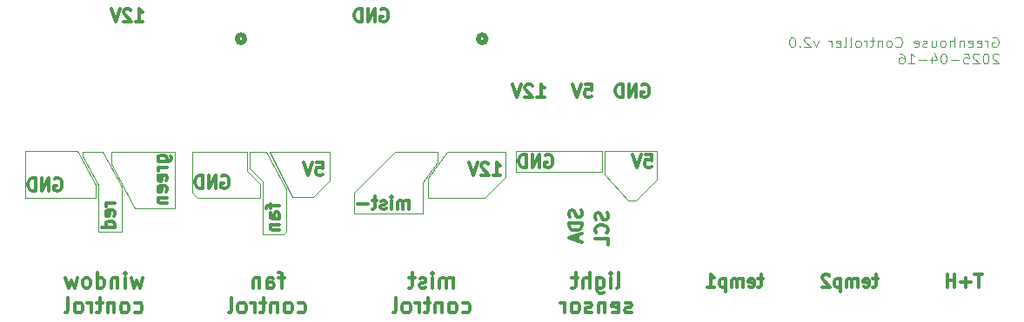
<source format=gbr>
%TF.GenerationSoftware,KiCad,Pcbnew,9.0.1*%
%TF.CreationDate,2025-04-18T12:39:12-07:00*%
%TF.ProjectId,Greenhouse Board,47726565-6e68-46f7-9573-6520426f6172,rev?*%
%TF.SameCoordinates,Original*%
%TF.FileFunction,Legend,Bot*%
%TF.FilePolarity,Positive*%
%FSLAX46Y46*%
G04 Gerber Fmt 4.6, Leading zero omitted, Abs format (unit mm)*
G04 Created by KiCad (PCBNEW 9.0.1) date 2025-04-18 12:39:12*
%MOMM*%
%LPD*%
G01*
G04 APERTURE LIST*
%ADD10C,0.300000*%
%ADD11C,0.100000*%
%ADD12C,0.508000*%
G04 APERTURE END LIST*
D10*
X197549584Y-105223323D02*
X196835298Y-105223323D01*
X197192441Y-106473323D02*
X197192441Y-105223323D01*
X196418631Y-105997133D02*
X195466251Y-105997133D01*
X195942441Y-106473323D02*
X195942441Y-105520942D01*
X194871012Y-106473323D02*
X194871012Y-105223323D01*
X194871012Y-105818561D02*
X194156727Y-105818561D01*
X194156727Y-106473323D02*
X194156727Y-105223323D01*
X187389584Y-105639990D02*
X186913393Y-105639990D01*
X187211012Y-105223323D02*
X187211012Y-106294752D01*
X187211012Y-106294752D02*
X187151489Y-106413800D01*
X187151489Y-106413800D02*
X187032441Y-106473323D01*
X187032441Y-106473323D02*
X186913393Y-106473323D01*
X186020536Y-106413800D02*
X186139584Y-106473323D01*
X186139584Y-106473323D02*
X186377679Y-106473323D01*
X186377679Y-106473323D02*
X186496726Y-106413800D01*
X186496726Y-106413800D02*
X186556250Y-106294752D01*
X186556250Y-106294752D02*
X186556250Y-105818561D01*
X186556250Y-105818561D02*
X186496726Y-105699514D01*
X186496726Y-105699514D02*
X186377679Y-105639990D01*
X186377679Y-105639990D02*
X186139584Y-105639990D01*
X186139584Y-105639990D02*
X186020536Y-105699514D01*
X186020536Y-105699514D02*
X185961012Y-105818561D01*
X185961012Y-105818561D02*
X185961012Y-105937609D01*
X185961012Y-105937609D02*
X186556250Y-106056657D01*
X185425297Y-106473323D02*
X185425297Y-105639990D01*
X185425297Y-105759038D02*
X185365774Y-105699514D01*
X185365774Y-105699514D02*
X185246726Y-105639990D01*
X185246726Y-105639990D02*
X185068155Y-105639990D01*
X185068155Y-105639990D02*
X184949107Y-105699514D01*
X184949107Y-105699514D02*
X184889583Y-105818561D01*
X184889583Y-105818561D02*
X184889583Y-106473323D01*
X184889583Y-105818561D02*
X184830059Y-105699514D01*
X184830059Y-105699514D02*
X184711012Y-105639990D01*
X184711012Y-105639990D02*
X184532440Y-105639990D01*
X184532440Y-105639990D02*
X184413393Y-105699514D01*
X184413393Y-105699514D02*
X184353869Y-105818561D01*
X184353869Y-105818561D02*
X184353869Y-106473323D01*
X183758630Y-105639990D02*
X183758630Y-106889990D01*
X183758630Y-105699514D02*
X183639583Y-105639990D01*
X183639583Y-105639990D02*
X183401488Y-105639990D01*
X183401488Y-105639990D02*
X183282440Y-105699514D01*
X183282440Y-105699514D02*
X183222916Y-105759038D01*
X183222916Y-105759038D02*
X183163392Y-105878085D01*
X183163392Y-105878085D02*
X183163392Y-106235228D01*
X183163392Y-106235228D02*
X183222916Y-106354276D01*
X183222916Y-106354276D02*
X183282440Y-106413800D01*
X183282440Y-106413800D02*
X183401488Y-106473323D01*
X183401488Y-106473323D02*
X183639583Y-106473323D01*
X183639583Y-106473323D02*
X183758630Y-106413800D01*
X182687202Y-105342371D02*
X182627678Y-105282847D01*
X182627678Y-105282847D02*
X182508631Y-105223323D01*
X182508631Y-105223323D02*
X182211012Y-105223323D01*
X182211012Y-105223323D02*
X182091964Y-105282847D01*
X182091964Y-105282847D02*
X182032440Y-105342371D01*
X182032440Y-105342371D02*
X181972917Y-105461419D01*
X181972917Y-105461419D02*
X181972917Y-105580466D01*
X181972917Y-105580466D02*
X182032440Y-105759038D01*
X182032440Y-105759038D02*
X182746726Y-106473323D01*
X182746726Y-106473323D02*
X181972917Y-106473323D01*
X176213584Y-105639990D02*
X175737393Y-105639990D01*
X176035012Y-105223323D02*
X176035012Y-106294752D01*
X176035012Y-106294752D02*
X175975489Y-106413800D01*
X175975489Y-106413800D02*
X175856441Y-106473323D01*
X175856441Y-106473323D02*
X175737393Y-106473323D01*
X174844536Y-106413800D02*
X174963584Y-106473323D01*
X174963584Y-106473323D02*
X175201679Y-106473323D01*
X175201679Y-106473323D02*
X175320726Y-106413800D01*
X175320726Y-106413800D02*
X175380250Y-106294752D01*
X175380250Y-106294752D02*
X175380250Y-105818561D01*
X175380250Y-105818561D02*
X175320726Y-105699514D01*
X175320726Y-105699514D02*
X175201679Y-105639990D01*
X175201679Y-105639990D02*
X174963584Y-105639990D01*
X174963584Y-105639990D02*
X174844536Y-105699514D01*
X174844536Y-105699514D02*
X174785012Y-105818561D01*
X174785012Y-105818561D02*
X174785012Y-105937609D01*
X174785012Y-105937609D02*
X175380250Y-106056657D01*
X174249297Y-106473323D02*
X174249297Y-105639990D01*
X174249297Y-105759038D02*
X174189774Y-105699514D01*
X174189774Y-105699514D02*
X174070726Y-105639990D01*
X174070726Y-105639990D02*
X173892155Y-105639990D01*
X173892155Y-105639990D02*
X173773107Y-105699514D01*
X173773107Y-105699514D02*
X173713583Y-105818561D01*
X173713583Y-105818561D02*
X173713583Y-106473323D01*
X173713583Y-105818561D02*
X173654059Y-105699514D01*
X173654059Y-105699514D02*
X173535012Y-105639990D01*
X173535012Y-105639990D02*
X173356440Y-105639990D01*
X173356440Y-105639990D02*
X173237393Y-105699514D01*
X173237393Y-105699514D02*
X173177869Y-105818561D01*
X173177869Y-105818561D02*
X173177869Y-106473323D01*
X172582630Y-105639990D02*
X172582630Y-106889990D01*
X172582630Y-105699514D02*
X172463583Y-105639990D01*
X172463583Y-105639990D02*
X172225488Y-105639990D01*
X172225488Y-105639990D02*
X172106440Y-105699514D01*
X172106440Y-105699514D02*
X172046916Y-105759038D01*
X172046916Y-105759038D02*
X171987392Y-105878085D01*
X171987392Y-105878085D02*
X171987392Y-106235228D01*
X171987392Y-106235228D02*
X172046916Y-106354276D01*
X172046916Y-106354276D02*
X172106440Y-106413800D01*
X172106440Y-106413800D02*
X172225488Y-106473323D01*
X172225488Y-106473323D02*
X172463583Y-106473323D01*
X172463583Y-106473323D02*
X172582630Y-106413800D01*
X170796917Y-106473323D02*
X171511202Y-106473323D01*
X171154059Y-106473323D02*
X171154059Y-105223323D01*
X171154059Y-105223323D02*
X171273107Y-105401895D01*
X171273107Y-105401895D02*
X171392155Y-105520942D01*
X171392155Y-105520942D02*
X171511202Y-105580466D01*
X154242624Y-87931323D02*
X154956909Y-87931323D01*
X154599766Y-87931323D02*
X154599766Y-86681323D01*
X154599766Y-86681323D02*
X154718814Y-86859895D01*
X154718814Y-86859895D02*
X154837862Y-86978942D01*
X154837862Y-86978942D02*
X154956909Y-87038466D01*
X153766433Y-86800371D02*
X153706909Y-86740847D01*
X153706909Y-86740847D02*
X153587862Y-86681323D01*
X153587862Y-86681323D02*
X153290243Y-86681323D01*
X153290243Y-86681323D02*
X153171195Y-86740847D01*
X153171195Y-86740847D02*
X153111671Y-86800371D01*
X153111671Y-86800371D02*
X153052148Y-86919419D01*
X153052148Y-86919419D02*
X153052148Y-87038466D01*
X153052148Y-87038466D02*
X153111671Y-87217038D01*
X153111671Y-87217038D02*
X153825957Y-87931323D01*
X153825957Y-87931323D02*
X153052148Y-87931323D01*
X152695005Y-86681323D02*
X152278338Y-87931323D01*
X152278338Y-87931323D02*
X151861672Y-86681323D01*
X164458251Y-86740847D02*
X164577298Y-86681323D01*
X164577298Y-86681323D02*
X164755870Y-86681323D01*
X164755870Y-86681323D02*
X164934441Y-86740847D01*
X164934441Y-86740847D02*
X165053489Y-86859895D01*
X165053489Y-86859895D02*
X165113012Y-86978942D01*
X165113012Y-86978942D02*
X165172536Y-87217038D01*
X165172536Y-87217038D02*
X165172536Y-87395609D01*
X165172536Y-87395609D02*
X165113012Y-87633704D01*
X165113012Y-87633704D02*
X165053489Y-87752752D01*
X165053489Y-87752752D02*
X164934441Y-87871800D01*
X164934441Y-87871800D02*
X164755870Y-87931323D01*
X164755870Y-87931323D02*
X164636822Y-87931323D01*
X164636822Y-87931323D02*
X164458251Y-87871800D01*
X164458251Y-87871800D02*
X164398727Y-87812276D01*
X164398727Y-87812276D02*
X164398727Y-87395609D01*
X164398727Y-87395609D02*
X164636822Y-87395609D01*
X163863012Y-87931323D02*
X163863012Y-86681323D01*
X163863012Y-86681323D02*
X163148727Y-87931323D01*
X163148727Y-87931323D02*
X163148727Y-86681323D01*
X162553488Y-87931323D02*
X162553488Y-86681323D01*
X162553488Y-86681323D02*
X162255869Y-86681323D01*
X162255869Y-86681323D02*
X162077298Y-86740847D01*
X162077298Y-86740847D02*
X161958250Y-86859895D01*
X161958250Y-86859895D02*
X161898727Y-86978942D01*
X161898727Y-86978942D02*
X161839203Y-87217038D01*
X161839203Y-87217038D02*
X161839203Y-87395609D01*
X161839203Y-87395609D02*
X161898727Y-87633704D01*
X161898727Y-87633704D02*
X161958250Y-87752752D01*
X161958250Y-87752752D02*
X162077298Y-87871800D01*
X162077298Y-87871800D02*
X162255869Y-87931323D01*
X162255869Y-87931323D02*
X162553488Y-87931323D01*
X158929774Y-86681323D02*
X159525012Y-86681323D01*
X159525012Y-86681323D02*
X159584536Y-87276561D01*
X159584536Y-87276561D02*
X159525012Y-87217038D01*
X159525012Y-87217038D02*
X159405965Y-87157514D01*
X159405965Y-87157514D02*
X159108346Y-87157514D01*
X159108346Y-87157514D02*
X158989298Y-87217038D01*
X158989298Y-87217038D02*
X158929774Y-87276561D01*
X158929774Y-87276561D02*
X158870251Y-87395609D01*
X158870251Y-87395609D02*
X158870251Y-87693228D01*
X158870251Y-87693228D02*
X158929774Y-87812276D01*
X158929774Y-87812276D02*
X158989298Y-87871800D01*
X158989298Y-87871800D02*
X159108346Y-87931323D01*
X159108346Y-87931323D02*
X159405965Y-87931323D01*
X159405965Y-87931323D02*
X159525012Y-87871800D01*
X159525012Y-87871800D02*
X159584536Y-87812276D01*
X158513108Y-86681323D02*
X158096441Y-87931323D01*
X158096441Y-87931323D02*
X157679775Y-86681323D01*
X139058251Y-79374847D02*
X139177298Y-79315323D01*
X139177298Y-79315323D02*
X139355870Y-79315323D01*
X139355870Y-79315323D02*
X139534441Y-79374847D01*
X139534441Y-79374847D02*
X139653489Y-79493895D01*
X139653489Y-79493895D02*
X139713012Y-79612942D01*
X139713012Y-79612942D02*
X139772536Y-79851038D01*
X139772536Y-79851038D02*
X139772536Y-80029609D01*
X139772536Y-80029609D02*
X139713012Y-80267704D01*
X139713012Y-80267704D02*
X139653489Y-80386752D01*
X139653489Y-80386752D02*
X139534441Y-80505800D01*
X139534441Y-80505800D02*
X139355870Y-80565323D01*
X139355870Y-80565323D02*
X139236822Y-80565323D01*
X139236822Y-80565323D02*
X139058251Y-80505800D01*
X139058251Y-80505800D02*
X138998727Y-80446276D01*
X138998727Y-80446276D02*
X138998727Y-80029609D01*
X138998727Y-80029609D02*
X139236822Y-80029609D01*
X138463012Y-80565323D02*
X138463012Y-79315323D01*
X138463012Y-79315323D02*
X137748727Y-80565323D01*
X137748727Y-80565323D02*
X137748727Y-79315323D01*
X137153488Y-80565323D02*
X137153488Y-79315323D01*
X137153488Y-79315323D02*
X136855869Y-79315323D01*
X136855869Y-79315323D02*
X136677298Y-79374847D01*
X136677298Y-79374847D02*
X136558250Y-79493895D01*
X136558250Y-79493895D02*
X136498727Y-79612942D01*
X136498727Y-79612942D02*
X136439203Y-79851038D01*
X136439203Y-79851038D02*
X136439203Y-80029609D01*
X136439203Y-80029609D02*
X136498727Y-80267704D01*
X136498727Y-80267704D02*
X136558250Y-80386752D01*
X136558250Y-80386752D02*
X136677298Y-80505800D01*
X136677298Y-80505800D02*
X136855869Y-80565323D01*
X136855869Y-80565323D02*
X137153488Y-80565323D01*
X115182251Y-80565323D02*
X115896536Y-80565323D01*
X115539393Y-80565323D02*
X115539393Y-79315323D01*
X115539393Y-79315323D02*
X115658441Y-79493895D01*
X115658441Y-79493895D02*
X115777489Y-79612942D01*
X115777489Y-79612942D02*
X115896536Y-79672466D01*
X114706060Y-79434371D02*
X114646536Y-79374847D01*
X114646536Y-79374847D02*
X114527489Y-79315323D01*
X114527489Y-79315323D02*
X114229870Y-79315323D01*
X114229870Y-79315323D02*
X114110822Y-79374847D01*
X114110822Y-79374847D02*
X114051298Y-79434371D01*
X114051298Y-79434371D02*
X113991775Y-79553419D01*
X113991775Y-79553419D02*
X113991775Y-79672466D01*
X113991775Y-79672466D02*
X114051298Y-79851038D01*
X114051298Y-79851038D02*
X114765584Y-80565323D01*
X114765584Y-80565323D02*
X113991775Y-80565323D01*
X113634632Y-79315323D02*
X113217965Y-80565323D01*
X113217965Y-80565323D02*
X112801299Y-79315323D01*
D11*
X111252000Y-96481900D02*
X111252000Y-97751900D01*
X104394000Y-97751900D01*
X104394000Y-93225483D01*
X109498016Y-93225483D01*
X111252000Y-96481900D01*
X113794517Y-96686612D02*
X113792000Y-101053900D01*
X111506000Y-101053900D01*
X111507044Y-96454196D01*
X109983266Y-93653807D01*
X109982140Y-93232574D01*
X111976619Y-93232574D01*
X113794517Y-96686612D01*
X119027139Y-98767900D02*
X115062000Y-98767900D01*
X112781684Y-94435300D01*
X112776000Y-93230532D01*
X119027139Y-93230532D01*
X119027139Y-98767900D01*
D10*
X113115423Y-98246887D02*
X112282090Y-98246887D01*
X112520185Y-98246887D02*
X112401138Y-98306410D01*
X112401138Y-98306410D02*
X112341614Y-98365934D01*
X112341614Y-98365934D02*
X112282090Y-98484982D01*
X112282090Y-98484982D02*
X112282090Y-98604029D01*
X113055900Y-99496887D02*
X113115423Y-99377839D01*
X113115423Y-99377839D02*
X113115423Y-99139744D01*
X113115423Y-99139744D02*
X113055900Y-99020697D01*
X113055900Y-99020697D02*
X112936852Y-98961173D01*
X112936852Y-98961173D02*
X112460661Y-98961173D01*
X112460661Y-98961173D02*
X112341614Y-99020697D01*
X112341614Y-99020697D02*
X112282090Y-99139744D01*
X112282090Y-99139744D02*
X112282090Y-99377839D01*
X112282090Y-99377839D02*
X112341614Y-99496887D01*
X112341614Y-99496887D02*
X112460661Y-99556411D01*
X112460661Y-99556411D02*
X112579709Y-99556411D01*
X112579709Y-99556411D02*
X112698757Y-98961173D01*
X113115423Y-100627840D02*
X111865423Y-100627840D01*
X113055900Y-100627840D02*
X113115423Y-100508792D01*
X113115423Y-100508792D02*
X113115423Y-100270697D01*
X113115423Y-100270697D02*
X113055900Y-100151649D01*
X113055900Y-100151649D02*
X112996376Y-100092126D01*
X112996376Y-100092126D02*
X112877328Y-100032602D01*
X112877328Y-100032602D02*
X112520185Y-100032602D01*
X112520185Y-100032602D02*
X112401138Y-100092126D01*
X112401138Y-100092126D02*
X112341614Y-100151649D01*
X112341614Y-100151649D02*
X112282090Y-100270697D01*
X112282090Y-100270697D02*
X112282090Y-100508792D01*
X112282090Y-100508792D02*
X112341614Y-100627840D01*
X117362090Y-94210601D02*
X118373995Y-94210601D01*
X118373995Y-94210601D02*
X118493042Y-94151077D01*
X118493042Y-94151077D02*
X118552566Y-94091553D01*
X118552566Y-94091553D02*
X118612090Y-93972506D01*
X118612090Y-93972506D02*
X118612090Y-93793934D01*
X118612090Y-93793934D02*
X118552566Y-93674887D01*
X118135900Y-94210601D02*
X118195423Y-94091553D01*
X118195423Y-94091553D02*
X118195423Y-93853458D01*
X118195423Y-93853458D02*
X118135900Y-93734410D01*
X118135900Y-93734410D02*
X118076376Y-93674887D01*
X118076376Y-93674887D02*
X117957328Y-93615363D01*
X117957328Y-93615363D02*
X117600185Y-93615363D01*
X117600185Y-93615363D02*
X117481138Y-93674887D01*
X117481138Y-93674887D02*
X117421614Y-93734410D01*
X117421614Y-93734410D02*
X117362090Y-93853458D01*
X117362090Y-93853458D02*
X117362090Y-94091553D01*
X117362090Y-94091553D02*
X117421614Y-94210601D01*
X118195423Y-94805839D02*
X117362090Y-94805839D01*
X117600185Y-94805839D02*
X117481138Y-94865362D01*
X117481138Y-94865362D02*
X117421614Y-94924886D01*
X117421614Y-94924886D02*
X117362090Y-95043934D01*
X117362090Y-95043934D02*
X117362090Y-95162981D01*
X118135900Y-96055839D02*
X118195423Y-95936791D01*
X118195423Y-95936791D02*
X118195423Y-95698696D01*
X118195423Y-95698696D02*
X118135900Y-95579649D01*
X118135900Y-95579649D02*
X118016852Y-95520125D01*
X118016852Y-95520125D02*
X117540661Y-95520125D01*
X117540661Y-95520125D02*
X117421614Y-95579649D01*
X117421614Y-95579649D02*
X117362090Y-95698696D01*
X117362090Y-95698696D02*
X117362090Y-95936791D01*
X117362090Y-95936791D02*
X117421614Y-96055839D01*
X117421614Y-96055839D02*
X117540661Y-96115363D01*
X117540661Y-96115363D02*
X117659709Y-96115363D01*
X117659709Y-96115363D02*
X117778757Y-95520125D01*
X118135900Y-97127268D02*
X118195423Y-97008220D01*
X118195423Y-97008220D02*
X118195423Y-96770125D01*
X118195423Y-96770125D02*
X118135900Y-96651078D01*
X118135900Y-96651078D02*
X118016852Y-96591554D01*
X118016852Y-96591554D02*
X117540661Y-96591554D01*
X117540661Y-96591554D02*
X117421614Y-96651078D01*
X117421614Y-96651078D02*
X117362090Y-96770125D01*
X117362090Y-96770125D02*
X117362090Y-97008220D01*
X117362090Y-97008220D02*
X117421614Y-97127268D01*
X117421614Y-97127268D02*
X117540661Y-97186792D01*
X117540661Y-97186792D02*
X117659709Y-97186792D01*
X117659709Y-97186792D02*
X117778757Y-96591554D01*
X117362090Y-97722507D02*
X118195423Y-97722507D01*
X117481138Y-97722507D02*
X117421614Y-97782030D01*
X117421614Y-97782030D02*
X117362090Y-97901078D01*
X117362090Y-97901078D02*
X117362090Y-98079649D01*
X117362090Y-98079649D02*
X117421614Y-98198697D01*
X117421614Y-98198697D02*
X117540661Y-98258221D01*
X117540661Y-98258221D02*
X118195423Y-98258221D01*
X107308251Y-95884847D02*
X107427298Y-95825323D01*
X107427298Y-95825323D02*
X107605870Y-95825323D01*
X107605870Y-95825323D02*
X107784441Y-95884847D01*
X107784441Y-95884847D02*
X107903489Y-96003895D01*
X107903489Y-96003895D02*
X107963012Y-96122942D01*
X107963012Y-96122942D02*
X108022536Y-96361038D01*
X108022536Y-96361038D02*
X108022536Y-96539609D01*
X108022536Y-96539609D02*
X107963012Y-96777704D01*
X107963012Y-96777704D02*
X107903489Y-96896752D01*
X107903489Y-96896752D02*
X107784441Y-97015800D01*
X107784441Y-97015800D02*
X107605870Y-97075323D01*
X107605870Y-97075323D02*
X107486822Y-97075323D01*
X107486822Y-97075323D02*
X107308251Y-97015800D01*
X107308251Y-97015800D02*
X107248727Y-96956276D01*
X107248727Y-96956276D02*
X107248727Y-96539609D01*
X107248727Y-96539609D02*
X107486822Y-96539609D01*
X106713012Y-97075323D02*
X106713012Y-95825323D01*
X106713012Y-95825323D02*
X105998727Y-97075323D01*
X105998727Y-97075323D02*
X105998727Y-95825323D01*
X105403488Y-97075323D02*
X105403488Y-95825323D01*
X105403488Y-95825323D02*
X105105869Y-95825323D01*
X105105869Y-95825323D02*
X104927298Y-95884847D01*
X104927298Y-95884847D02*
X104808250Y-96003895D01*
X104808250Y-96003895D02*
X104748727Y-96122942D01*
X104748727Y-96122942D02*
X104689203Y-96361038D01*
X104689203Y-96361038D02*
X104689203Y-96539609D01*
X104689203Y-96539609D02*
X104748727Y-96777704D01*
X104748727Y-96777704D02*
X104808250Y-96896752D01*
X104808250Y-96896752D02*
X104927298Y-97015800D01*
X104927298Y-97015800D02*
X105105869Y-97075323D01*
X105105869Y-97075323D02*
X105403488Y-97075323D01*
D11*
X125984000Y-95107867D02*
X127254000Y-96377867D01*
X127254000Y-97751900D01*
X121158000Y-97751900D01*
X120650000Y-97243900D01*
X120650000Y-93232764D01*
X125984000Y-93232764D01*
X125984000Y-95107867D01*
X129794543Y-96948643D02*
X129794000Y-101053900D01*
X129540000Y-101307900D01*
X127508000Y-101307900D01*
X127508000Y-96123867D01*
X126238000Y-94853867D01*
X126238000Y-93232764D01*
X127915353Y-93232764D01*
X129794543Y-96948643D01*
X134022209Y-96063691D02*
X132416668Y-97669232D01*
X130452157Y-97669232D01*
X128205626Y-93232763D01*
X134022209Y-93232763D01*
X134022209Y-96063691D01*
D10*
X128284090Y-98322315D02*
X128284090Y-98798506D01*
X129117423Y-98500887D02*
X128045995Y-98500887D01*
X128045995Y-98500887D02*
X127926947Y-98560410D01*
X127926947Y-98560410D02*
X127867423Y-98679458D01*
X127867423Y-98679458D02*
X127867423Y-98798506D01*
X129117423Y-99750887D02*
X128462661Y-99750887D01*
X128462661Y-99750887D02*
X128343614Y-99691363D01*
X128343614Y-99691363D02*
X128284090Y-99572315D01*
X128284090Y-99572315D02*
X128284090Y-99334220D01*
X128284090Y-99334220D02*
X128343614Y-99215173D01*
X129057900Y-99750887D02*
X129117423Y-99631839D01*
X129117423Y-99631839D02*
X129117423Y-99334220D01*
X129117423Y-99334220D02*
X129057900Y-99215173D01*
X129057900Y-99215173D02*
X128938852Y-99155649D01*
X128938852Y-99155649D02*
X128819804Y-99155649D01*
X128819804Y-99155649D02*
X128700757Y-99215173D01*
X128700757Y-99215173D02*
X128641233Y-99334220D01*
X128641233Y-99334220D02*
X128641233Y-99631839D01*
X128641233Y-99631839D02*
X128581709Y-99750887D01*
X128284090Y-100346125D02*
X129117423Y-100346125D01*
X128403138Y-100346125D02*
X128343614Y-100405648D01*
X128343614Y-100405648D02*
X128284090Y-100524696D01*
X128284090Y-100524696D02*
X128284090Y-100703267D01*
X128284090Y-100703267D02*
X128343614Y-100822315D01*
X128343614Y-100822315D02*
X128462661Y-100881839D01*
X128462661Y-100881839D02*
X129117423Y-100881839D01*
X123564251Y-95630847D02*
X123683298Y-95571323D01*
X123683298Y-95571323D02*
X123861870Y-95571323D01*
X123861870Y-95571323D02*
X124040441Y-95630847D01*
X124040441Y-95630847D02*
X124159489Y-95749895D01*
X124159489Y-95749895D02*
X124219012Y-95868942D01*
X124219012Y-95868942D02*
X124278536Y-96107038D01*
X124278536Y-96107038D02*
X124278536Y-96285609D01*
X124278536Y-96285609D02*
X124219012Y-96523704D01*
X124219012Y-96523704D02*
X124159489Y-96642752D01*
X124159489Y-96642752D02*
X124040441Y-96761800D01*
X124040441Y-96761800D02*
X123861870Y-96821323D01*
X123861870Y-96821323D02*
X123742822Y-96821323D01*
X123742822Y-96821323D02*
X123564251Y-96761800D01*
X123564251Y-96761800D02*
X123504727Y-96702276D01*
X123504727Y-96702276D02*
X123504727Y-96285609D01*
X123504727Y-96285609D02*
X123742822Y-96285609D01*
X122969012Y-96821323D02*
X122969012Y-95571323D01*
X122969012Y-95571323D02*
X122254727Y-96821323D01*
X122254727Y-96821323D02*
X122254727Y-95571323D01*
X121659488Y-96821323D02*
X121659488Y-95571323D01*
X121659488Y-95571323D02*
X121361869Y-95571323D01*
X121361869Y-95571323D02*
X121183298Y-95630847D01*
X121183298Y-95630847D02*
X121064250Y-95749895D01*
X121064250Y-95749895D02*
X121004727Y-95868942D01*
X121004727Y-95868942D02*
X120945203Y-96107038D01*
X120945203Y-96107038D02*
X120945203Y-96285609D01*
X120945203Y-96285609D02*
X121004727Y-96523704D01*
X121004727Y-96523704D02*
X121064250Y-96642752D01*
X121064250Y-96642752D02*
X121183298Y-96761800D01*
X121183298Y-96761800D02*
X121361869Y-96821323D01*
X121361869Y-96821323D02*
X121659488Y-96821323D01*
X132767774Y-94301323D02*
X133363012Y-94301323D01*
X133363012Y-94301323D02*
X133422536Y-94896561D01*
X133422536Y-94896561D02*
X133363012Y-94837038D01*
X133363012Y-94837038D02*
X133243965Y-94777514D01*
X133243965Y-94777514D02*
X132946346Y-94777514D01*
X132946346Y-94777514D02*
X132827298Y-94837038D01*
X132827298Y-94837038D02*
X132767774Y-94896561D01*
X132767774Y-94896561D02*
X132708251Y-95015609D01*
X132708251Y-95015609D02*
X132708251Y-95313228D01*
X132708251Y-95313228D02*
X132767774Y-95432276D01*
X132767774Y-95432276D02*
X132827298Y-95491800D01*
X132827298Y-95491800D02*
X132946346Y-95551323D01*
X132946346Y-95551323D02*
X133243965Y-95551323D01*
X133243965Y-95551323D02*
X133363012Y-95491800D01*
X133363012Y-95491800D02*
X133422536Y-95432276D01*
X132351108Y-94301323D02*
X131934441Y-95551323D01*
X131934441Y-95551323D02*
X131517775Y-94301323D01*
D11*
X144526000Y-94309433D02*
X143124411Y-96227900D01*
X143124411Y-99275900D01*
X136398000Y-99275900D01*
X136398000Y-97243900D01*
X140402065Y-93239835D01*
X144526000Y-93239835D01*
X144526000Y-94309433D01*
X151130000Y-95719900D02*
X149098000Y-97751900D01*
X143632411Y-97751900D01*
X143640708Y-95821208D01*
X145487414Y-93240551D01*
X151130000Y-93240551D01*
X151130000Y-95719900D01*
D10*
X141745012Y-98853323D02*
X141745012Y-98019990D01*
X141745012Y-98139038D02*
X141685489Y-98079514D01*
X141685489Y-98079514D02*
X141566441Y-98019990D01*
X141566441Y-98019990D02*
X141387870Y-98019990D01*
X141387870Y-98019990D02*
X141268822Y-98079514D01*
X141268822Y-98079514D02*
X141209298Y-98198561D01*
X141209298Y-98198561D02*
X141209298Y-98853323D01*
X141209298Y-98198561D02*
X141149774Y-98079514D01*
X141149774Y-98079514D02*
X141030727Y-98019990D01*
X141030727Y-98019990D02*
X140852155Y-98019990D01*
X140852155Y-98019990D02*
X140733108Y-98079514D01*
X140733108Y-98079514D02*
X140673584Y-98198561D01*
X140673584Y-98198561D02*
X140673584Y-98853323D01*
X140078345Y-98853323D02*
X140078345Y-98019990D01*
X140078345Y-97603323D02*
X140137869Y-97662847D01*
X140137869Y-97662847D02*
X140078345Y-97722371D01*
X140078345Y-97722371D02*
X140018822Y-97662847D01*
X140018822Y-97662847D02*
X140078345Y-97603323D01*
X140078345Y-97603323D02*
X140078345Y-97722371D01*
X139542631Y-98793800D02*
X139423584Y-98853323D01*
X139423584Y-98853323D02*
X139185488Y-98853323D01*
X139185488Y-98853323D02*
X139066441Y-98793800D01*
X139066441Y-98793800D02*
X139006917Y-98674752D01*
X139006917Y-98674752D02*
X139006917Y-98615228D01*
X139006917Y-98615228D02*
X139066441Y-98496180D01*
X139066441Y-98496180D02*
X139185488Y-98436657D01*
X139185488Y-98436657D02*
X139364060Y-98436657D01*
X139364060Y-98436657D02*
X139483107Y-98377133D01*
X139483107Y-98377133D02*
X139542631Y-98258085D01*
X139542631Y-98258085D02*
X139542631Y-98198561D01*
X139542631Y-98198561D02*
X139483107Y-98079514D01*
X139483107Y-98079514D02*
X139364060Y-98019990D01*
X139364060Y-98019990D02*
X139185488Y-98019990D01*
X139185488Y-98019990D02*
X139066441Y-98079514D01*
X138649774Y-98019990D02*
X138173583Y-98019990D01*
X138471202Y-97603323D02*
X138471202Y-98674752D01*
X138471202Y-98674752D02*
X138411679Y-98793800D01*
X138411679Y-98793800D02*
X138292631Y-98853323D01*
X138292631Y-98853323D02*
X138173583Y-98853323D01*
X137756916Y-98377133D02*
X136804536Y-98377133D01*
X149980251Y-95551323D02*
X150694536Y-95551323D01*
X150337393Y-95551323D02*
X150337393Y-94301323D01*
X150337393Y-94301323D02*
X150456441Y-94479895D01*
X150456441Y-94479895D02*
X150575489Y-94598942D01*
X150575489Y-94598942D02*
X150694536Y-94658466D01*
X149504060Y-94420371D02*
X149444536Y-94360847D01*
X149444536Y-94360847D02*
X149325489Y-94301323D01*
X149325489Y-94301323D02*
X149027870Y-94301323D01*
X149027870Y-94301323D02*
X148908822Y-94360847D01*
X148908822Y-94360847D02*
X148849298Y-94420371D01*
X148849298Y-94420371D02*
X148789775Y-94539419D01*
X148789775Y-94539419D02*
X148789775Y-94658466D01*
X148789775Y-94658466D02*
X148849298Y-94837038D01*
X148849298Y-94837038D02*
X149563584Y-95551323D01*
X149563584Y-95551323D02*
X148789775Y-95551323D01*
X148432632Y-94301323D02*
X148015965Y-95551323D01*
X148015965Y-95551323D02*
X147599299Y-94301323D01*
D11*
X165862000Y-95973900D02*
X163830000Y-98005900D01*
X163068000Y-98005900D01*
X160782000Y-95434149D01*
X160782000Y-93179900D01*
X161036000Y-93179900D01*
X165862000Y-93179900D01*
X165862000Y-95973900D01*
X152146000Y-93179900D02*
X160528000Y-93179900D01*
X160528000Y-95211900D01*
X152146000Y-95211900D01*
X152146000Y-93179900D01*
D10*
X161061900Y-99203363D02*
X161121423Y-99381934D01*
X161121423Y-99381934D02*
X161121423Y-99679553D01*
X161121423Y-99679553D02*
X161061900Y-99798601D01*
X161061900Y-99798601D02*
X161002376Y-99858125D01*
X161002376Y-99858125D02*
X160883328Y-99917648D01*
X160883328Y-99917648D02*
X160764280Y-99917648D01*
X160764280Y-99917648D02*
X160645233Y-99858125D01*
X160645233Y-99858125D02*
X160585709Y-99798601D01*
X160585709Y-99798601D02*
X160526185Y-99679553D01*
X160526185Y-99679553D02*
X160466661Y-99441458D01*
X160466661Y-99441458D02*
X160407138Y-99322410D01*
X160407138Y-99322410D02*
X160347614Y-99262887D01*
X160347614Y-99262887D02*
X160228566Y-99203363D01*
X160228566Y-99203363D02*
X160109519Y-99203363D01*
X160109519Y-99203363D02*
X159990471Y-99262887D01*
X159990471Y-99262887D02*
X159930947Y-99322410D01*
X159930947Y-99322410D02*
X159871423Y-99441458D01*
X159871423Y-99441458D02*
X159871423Y-99739077D01*
X159871423Y-99739077D02*
X159930947Y-99917648D01*
X161002376Y-101167648D02*
X161061900Y-101108124D01*
X161061900Y-101108124D02*
X161121423Y-100929553D01*
X161121423Y-100929553D02*
X161121423Y-100810505D01*
X161121423Y-100810505D02*
X161061900Y-100631934D01*
X161061900Y-100631934D02*
X160942852Y-100512886D01*
X160942852Y-100512886D02*
X160823804Y-100453363D01*
X160823804Y-100453363D02*
X160585709Y-100393839D01*
X160585709Y-100393839D02*
X160407138Y-100393839D01*
X160407138Y-100393839D02*
X160169042Y-100453363D01*
X160169042Y-100453363D02*
X160049995Y-100512886D01*
X160049995Y-100512886D02*
X159930947Y-100631934D01*
X159930947Y-100631934D02*
X159871423Y-100810505D01*
X159871423Y-100810505D02*
X159871423Y-100929553D01*
X159871423Y-100929553D02*
X159930947Y-101108124D01*
X159930947Y-101108124D02*
X159990471Y-101167648D01*
X161121423Y-102298601D02*
X161121423Y-101703363D01*
X161121423Y-101703363D02*
X159871423Y-101703363D01*
X158521900Y-98949363D02*
X158581423Y-99127934D01*
X158581423Y-99127934D02*
X158581423Y-99425553D01*
X158581423Y-99425553D02*
X158521900Y-99544601D01*
X158521900Y-99544601D02*
X158462376Y-99604125D01*
X158462376Y-99604125D02*
X158343328Y-99663648D01*
X158343328Y-99663648D02*
X158224280Y-99663648D01*
X158224280Y-99663648D02*
X158105233Y-99604125D01*
X158105233Y-99604125D02*
X158045709Y-99544601D01*
X158045709Y-99544601D02*
X157986185Y-99425553D01*
X157986185Y-99425553D02*
X157926661Y-99187458D01*
X157926661Y-99187458D02*
X157867138Y-99068410D01*
X157867138Y-99068410D02*
X157807614Y-99008887D01*
X157807614Y-99008887D02*
X157688566Y-98949363D01*
X157688566Y-98949363D02*
X157569519Y-98949363D01*
X157569519Y-98949363D02*
X157450471Y-99008887D01*
X157450471Y-99008887D02*
X157390947Y-99068410D01*
X157390947Y-99068410D02*
X157331423Y-99187458D01*
X157331423Y-99187458D02*
X157331423Y-99485077D01*
X157331423Y-99485077D02*
X157390947Y-99663648D01*
X158581423Y-100199363D02*
X157331423Y-100199363D01*
X157331423Y-100199363D02*
X157331423Y-100496982D01*
X157331423Y-100496982D02*
X157390947Y-100675553D01*
X157390947Y-100675553D02*
X157509995Y-100794601D01*
X157509995Y-100794601D02*
X157629042Y-100854124D01*
X157629042Y-100854124D02*
X157867138Y-100913648D01*
X157867138Y-100913648D02*
X158045709Y-100913648D01*
X158045709Y-100913648D02*
X158283804Y-100854124D01*
X158283804Y-100854124D02*
X158402852Y-100794601D01*
X158402852Y-100794601D02*
X158521900Y-100675553D01*
X158521900Y-100675553D02*
X158581423Y-100496982D01*
X158581423Y-100496982D02*
X158581423Y-100199363D01*
X158224280Y-101389839D02*
X158224280Y-101985077D01*
X158581423Y-101270791D02*
X157331423Y-101687458D01*
X157331423Y-101687458D02*
X158581423Y-102104124D01*
X155060251Y-93598847D02*
X155179298Y-93539323D01*
X155179298Y-93539323D02*
X155357870Y-93539323D01*
X155357870Y-93539323D02*
X155536441Y-93598847D01*
X155536441Y-93598847D02*
X155655489Y-93717895D01*
X155655489Y-93717895D02*
X155715012Y-93836942D01*
X155715012Y-93836942D02*
X155774536Y-94075038D01*
X155774536Y-94075038D02*
X155774536Y-94253609D01*
X155774536Y-94253609D02*
X155715012Y-94491704D01*
X155715012Y-94491704D02*
X155655489Y-94610752D01*
X155655489Y-94610752D02*
X155536441Y-94729800D01*
X155536441Y-94729800D02*
X155357870Y-94789323D01*
X155357870Y-94789323D02*
X155238822Y-94789323D01*
X155238822Y-94789323D02*
X155060251Y-94729800D01*
X155060251Y-94729800D02*
X155000727Y-94670276D01*
X155000727Y-94670276D02*
X155000727Y-94253609D01*
X155000727Y-94253609D02*
X155238822Y-94253609D01*
X154465012Y-94789323D02*
X154465012Y-93539323D01*
X154465012Y-93539323D02*
X153750727Y-94789323D01*
X153750727Y-94789323D02*
X153750727Y-93539323D01*
X153155488Y-94789323D02*
X153155488Y-93539323D01*
X153155488Y-93539323D02*
X152857869Y-93539323D01*
X152857869Y-93539323D02*
X152679298Y-93598847D01*
X152679298Y-93598847D02*
X152560250Y-93717895D01*
X152560250Y-93717895D02*
X152500727Y-93836942D01*
X152500727Y-93836942D02*
X152441203Y-94075038D01*
X152441203Y-94075038D02*
X152441203Y-94253609D01*
X152441203Y-94253609D02*
X152500727Y-94491704D01*
X152500727Y-94491704D02*
X152560250Y-94610752D01*
X152560250Y-94610752D02*
X152679298Y-94729800D01*
X152679298Y-94729800D02*
X152857869Y-94789323D01*
X152857869Y-94789323D02*
X153155488Y-94789323D01*
X164771774Y-93539323D02*
X165367012Y-93539323D01*
X165367012Y-93539323D02*
X165426536Y-94134561D01*
X165426536Y-94134561D02*
X165367012Y-94075038D01*
X165367012Y-94075038D02*
X165247965Y-94015514D01*
X165247965Y-94015514D02*
X164950346Y-94015514D01*
X164950346Y-94015514D02*
X164831298Y-94075038D01*
X164831298Y-94075038D02*
X164771774Y-94134561D01*
X164771774Y-94134561D02*
X164712251Y-94253609D01*
X164712251Y-94253609D02*
X164712251Y-94551228D01*
X164712251Y-94551228D02*
X164771774Y-94670276D01*
X164771774Y-94670276D02*
X164831298Y-94729800D01*
X164831298Y-94729800D02*
X164950346Y-94789323D01*
X164950346Y-94789323D02*
X165247965Y-94789323D01*
X165247965Y-94789323D02*
X165367012Y-94729800D01*
X165367012Y-94729800D02*
X165426536Y-94670276D01*
X164355108Y-93539323D02*
X163938441Y-94789323D01*
X163938441Y-94789323D02*
X163521775Y-93539323D01*
X129652856Y-105551812D02*
X129081428Y-105551812D01*
X129438571Y-106551812D02*
X129438571Y-105266098D01*
X129438571Y-105266098D02*
X129367142Y-105123241D01*
X129367142Y-105123241D02*
X129224285Y-105051812D01*
X129224285Y-105051812D02*
X129081428Y-105051812D01*
X127938571Y-106551812D02*
X127938571Y-105766098D01*
X127938571Y-105766098D02*
X128009999Y-105623241D01*
X128009999Y-105623241D02*
X128152856Y-105551812D01*
X128152856Y-105551812D02*
X128438571Y-105551812D01*
X128438571Y-105551812D02*
X128581428Y-105623241D01*
X127938571Y-106480384D02*
X128081428Y-106551812D01*
X128081428Y-106551812D02*
X128438571Y-106551812D01*
X128438571Y-106551812D02*
X128581428Y-106480384D01*
X128581428Y-106480384D02*
X128652856Y-106337526D01*
X128652856Y-106337526D02*
X128652856Y-106194669D01*
X128652856Y-106194669D02*
X128581428Y-106051812D01*
X128581428Y-106051812D02*
X128438571Y-105980384D01*
X128438571Y-105980384D02*
X128081428Y-105980384D01*
X128081428Y-105980384D02*
X127938571Y-105908955D01*
X127224285Y-105551812D02*
X127224285Y-106551812D01*
X127224285Y-105694669D02*
X127152856Y-105623241D01*
X127152856Y-105623241D02*
X127009999Y-105551812D01*
X127009999Y-105551812D02*
X126795713Y-105551812D01*
X126795713Y-105551812D02*
X126652856Y-105623241D01*
X126652856Y-105623241D02*
X126581428Y-105766098D01*
X126581428Y-105766098D02*
X126581428Y-106551812D01*
X130974285Y-108895300D02*
X131117142Y-108966728D01*
X131117142Y-108966728D02*
X131402856Y-108966728D01*
X131402856Y-108966728D02*
X131545713Y-108895300D01*
X131545713Y-108895300D02*
X131617142Y-108823871D01*
X131617142Y-108823871D02*
X131688570Y-108681014D01*
X131688570Y-108681014D02*
X131688570Y-108252442D01*
X131688570Y-108252442D02*
X131617142Y-108109585D01*
X131617142Y-108109585D02*
X131545713Y-108038157D01*
X131545713Y-108038157D02*
X131402856Y-107966728D01*
X131402856Y-107966728D02*
X131117142Y-107966728D01*
X131117142Y-107966728D02*
X130974285Y-108038157D01*
X130117142Y-108966728D02*
X130259999Y-108895300D01*
X130259999Y-108895300D02*
X130331428Y-108823871D01*
X130331428Y-108823871D02*
X130402856Y-108681014D01*
X130402856Y-108681014D02*
X130402856Y-108252442D01*
X130402856Y-108252442D02*
X130331428Y-108109585D01*
X130331428Y-108109585D02*
X130259999Y-108038157D01*
X130259999Y-108038157D02*
X130117142Y-107966728D01*
X130117142Y-107966728D02*
X129902856Y-107966728D01*
X129902856Y-107966728D02*
X129759999Y-108038157D01*
X129759999Y-108038157D02*
X129688571Y-108109585D01*
X129688571Y-108109585D02*
X129617142Y-108252442D01*
X129617142Y-108252442D02*
X129617142Y-108681014D01*
X129617142Y-108681014D02*
X129688571Y-108823871D01*
X129688571Y-108823871D02*
X129759999Y-108895300D01*
X129759999Y-108895300D02*
X129902856Y-108966728D01*
X129902856Y-108966728D02*
X130117142Y-108966728D01*
X128974285Y-107966728D02*
X128974285Y-108966728D01*
X128974285Y-108109585D02*
X128902856Y-108038157D01*
X128902856Y-108038157D02*
X128759999Y-107966728D01*
X128759999Y-107966728D02*
X128545713Y-107966728D01*
X128545713Y-107966728D02*
X128402856Y-108038157D01*
X128402856Y-108038157D02*
X128331428Y-108181014D01*
X128331428Y-108181014D02*
X128331428Y-108966728D01*
X127831427Y-107966728D02*
X127259999Y-107966728D01*
X127617142Y-107466728D02*
X127617142Y-108752442D01*
X127617142Y-108752442D02*
X127545713Y-108895300D01*
X127545713Y-108895300D02*
X127402856Y-108966728D01*
X127402856Y-108966728D02*
X127259999Y-108966728D01*
X126759999Y-108966728D02*
X126759999Y-107966728D01*
X126759999Y-108252442D02*
X126688570Y-108109585D01*
X126688570Y-108109585D02*
X126617142Y-108038157D01*
X126617142Y-108038157D02*
X126474284Y-107966728D01*
X126474284Y-107966728D02*
X126331427Y-107966728D01*
X125617142Y-108966728D02*
X125759999Y-108895300D01*
X125759999Y-108895300D02*
X125831428Y-108823871D01*
X125831428Y-108823871D02*
X125902856Y-108681014D01*
X125902856Y-108681014D02*
X125902856Y-108252442D01*
X125902856Y-108252442D02*
X125831428Y-108109585D01*
X125831428Y-108109585D02*
X125759999Y-108038157D01*
X125759999Y-108038157D02*
X125617142Y-107966728D01*
X125617142Y-107966728D02*
X125402856Y-107966728D01*
X125402856Y-107966728D02*
X125259999Y-108038157D01*
X125259999Y-108038157D02*
X125188571Y-108109585D01*
X125188571Y-108109585D02*
X125117142Y-108252442D01*
X125117142Y-108252442D02*
X125117142Y-108681014D01*
X125117142Y-108681014D02*
X125188571Y-108823871D01*
X125188571Y-108823871D02*
X125259999Y-108895300D01*
X125259999Y-108895300D02*
X125402856Y-108966728D01*
X125402856Y-108966728D02*
X125617142Y-108966728D01*
X124259999Y-108966728D02*
X124402856Y-108895300D01*
X124402856Y-108895300D02*
X124474285Y-108752442D01*
X124474285Y-108752442D02*
X124474285Y-107466728D01*
X161984285Y-106551812D02*
X162127142Y-106480384D01*
X162127142Y-106480384D02*
X162198571Y-106337526D01*
X162198571Y-106337526D02*
X162198571Y-105051812D01*
X161412857Y-106551812D02*
X161412857Y-105551812D01*
X161412857Y-105051812D02*
X161484285Y-105123241D01*
X161484285Y-105123241D02*
X161412857Y-105194669D01*
X161412857Y-105194669D02*
X161341428Y-105123241D01*
X161341428Y-105123241D02*
X161412857Y-105051812D01*
X161412857Y-105051812D02*
X161412857Y-105194669D01*
X160055714Y-105551812D02*
X160055714Y-106766098D01*
X160055714Y-106766098D02*
X160127142Y-106908955D01*
X160127142Y-106908955D02*
X160198571Y-106980384D01*
X160198571Y-106980384D02*
X160341428Y-107051812D01*
X160341428Y-107051812D02*
X160555714Y-107051812D01*
X160555714Y-107051812D02*
X160698571Y-106980384D01*
X160055714Y-106480384D02*
X160198571Y-106551812D01*
X160198571Y-106551812D02*
X160484285Y-106551812D01*
X160484285Y-106551812D02*
X160627142Y-106480384D01*
X160627142Y-106480384D02*
X160698571Y-106408955D01*
X160698571Y-106408955D02*
X160769999Y-106266098D01*
X160769999Y-106266098D02*
X160769999Y-105837526D01*
X160769999Y-105837526D02*
X160698571Y-105694669D01*
X160698571Y-105694669D02*
X160627142Y-105623241D01*
X160627142Y-105623241D02*
X160484285Y-105551812D01*
X160484285Y-105551812D02*
X160198571Y-105551812D01*
X160198571Y-105551812D02*
X160055714Y-105623241D01*
X159341428Y-106551812D02*
X159341428Y-105051812D01*
X158698571Y-106551812D02*
X158698571Y-105766098D01*
X158698571Y-105766098D02*
X158769999Y-105623241D01*
X158769999Y-105623241D02*
X158912856Y-105551812D01*
X158912856Y-105551812D02*
X159127142Y-105551812D01*
X159127142Y-105551812D02*
X159269999Y-105623241D01*
X159269999Y-105623241D02*
X159341428Y-105694669D01*
X158198570Y-105551812D02*
X157627142Y-105551812D01*
X157984285Y-105051812D02*
X157984285Y-106337526D01*
X157984285Y-106337526D02*
X157912856Y-106480384D01*
X157912856Y-106480384D02*
X157769999Y-106551812D01*
X157769999Y-106551812D02*
X157627142Y-106551812D01*
X163412856Y-108895300D02*
X163269999Y-108966728D01*
X163269999Y-108966728D02*
X162984285Y-108966728D01*
X162984285Y-108966728D02*
X162841428Y-108895300D01*
X162841428Y-108895300D02*
X162769999Y-108752442D01*
X162769999Y-108752442D02*
X162769999Y-108681014D01*
X162769999Y-108681014D02*
X162841428Y-108538157D01*
X162841428Y-108538157D02*
X162984285Y-108466728D01*
X162984285Y-108466728D02*
X163198571Y-108466728D01*
X163198571Y-108466728D02*
X163341428Y-108395300D01*
X163341428Y-108395300D02*
X163412856Y-108252442D01*
X163412856Y-108252442D02*
X163412856Y-108181014D01*
X163412856Y-108181014D02*
X163341428Y-108038157D01*
X163341428Y-108038157D02*
X163198571Y-107966728D01*
X163198571Y-107966728D02*
X162984285Y-107966728D01*
X162984285Y-107966728D02*
X162841428Y-108038157D01*
X161555713Y-108895300D02*
X161698570Y-108966728D01*
X161698570Y-108966728D02*
X161984285Y-108966728D01*
X161984285Y-108966728D02*
X162127142Y-108895300D01*
X162127142Y-108895300D02*
X162198570Y-108752442D01*
X162198570Y-108752442D02*
X162198570Y-108181014D01*
X162198570Y-108181014D02*
X162127142Y-108038157D01*
X162127142Y-108038157D02*
X161984285Y-107966728D01*
X161984285Y-107966728D02*
X161698570Y-107966728D01*
X161698570Y-107966728D02*
X161555713Y-108038157D01*
X161555713Y-108038157D02*
X161484285Y-108181014D01*
X161484285Y-108181014D02*
X161484285Y-108323871D01*
X161484285Y-108323871D02*
X162198570Y-108466728D01*
X160841428Y-107966728D02*
X160841428Y-108966728D01*
X160841428Y-108109585D02*
X160769999Y-108038157D01*
X160769999Y-108038157D02*
X160627142Y-107966728D01*
X160627142Y-107966728D02*
X160412856Y-107966728D01*
X160412856Y-107966728D02*
X160269999Y-108038157D01*
X160269999Y-108038157D02*
X160198571Y-108181014D01*
X160198571Y-108181014D02*
X160198571Y-108966728D01*
X159555713Y-108895300D02*
X159412856Y-108966728D01*
X159412856Y-108966728D02*
X159127142Y-108966728D01*
X159127142Y-108966728D02*
X158984285Y-108895300D01*
X158984285Y-108895300D02*
X158912856Y-108752442D01*
X158912856Y-108752442D02*
X158912856Y-108681014D01*
X158912856Y-108681014D02*
X158984285Y-108538157D01*
X158984285Y-108538157D02*
X159127142Y-108466728D01*
X159127142Y-108466728D02*
X159341428Y-108466728D01*
X159341428Y-108466728D02*
X159484285Y-108395300D01*
X159484285Y-108395300D02*
X159555713Y-108252442D01*
X159555713Y-108252442D02*
X159555713Y-108181014D01*
X159555713Y-108181014D02*
X159484285Y-108038157D01*
X159484285Y-108038157D02*
X159341428Y-107966728D01*
X159341428Y-107966728D02*
X159127142Y-107966728D01*
X159127142Y-107966728D02*
X158984285Y-108038157D01*
X158055713Y-108966728D02*
X158198570Y-108895300D01*
X158198570Y-108895300D02*
X158269999Y-108823871D01*
X158269999Y-108823871D02*
X158341427Y-108681014D01*
X158341427Y-108681014D02*
X158341427Y-108252442D01*
X158341427Y-108252442D02*
X158269999Y-108109585D01*
X158269999Y-108109585D02*
X158198570Y-108038157D01*
X158198570Y-108038157D02*
X158055713Y-107966728D01*
X158055713Y-107966728D02*
X157841427Y-107966728D01*
X157841427Y-107966728D02*
X157698570Y-108038157D01*
X157698570Y-108038157D02*
X157627142Y-108109585D01*
X157627142Y-108109585D02*
X157555713Y-108252442D01*
X157555713Y-108252442D02*
X157555713Y-108681014D01*
X157555713Y-108681014D02*
X157627142Y-108823871D01*
X157627142Y-108823871D02*
X157698570Y-108895300D01*
X157698570Y-108895300D02*
X157841427Y-108966728D01*
X157841427Y-108966728D02*
X158055713Y-108966728D01*
X156912856Y-108966728D02*
X156912856Y-107966728D01*
X156912856Y-108252442D02*
X156841427Y-108109585D01*
X156841427Y-108109585D02*
X156769999Y-108038157D01*
X156769999Y-108038157D02*
X156627141Y-107966728D01*
X156627141Y-107966728D02*
X156484284Y-107966728D01*
X146047714Y-106551812D02*
X146047714Y-105551812D01*
X146047714Y-105694669D02*
X145976285Y-105623241D01*
X145976285Y-105623241D02*
X145833428Y-105551812D01*
X145833428Y-105551812D02*
X145619142Y-105551812D01*
X145619142Y-105551812D02*
X145476285Y-105623241D01*
X145476285Y-105623241D02*
X145404857Y-105766098D01*
X145404857Y-105766098D02*
X145404857Y-106551812D01*
X145404857Y-105766098D02*
X145333428Y-105623241D01*
X145333428Y-105623241D02*
X145190571Y-105551812D01*
X145190571Y-105551812D02*
X144976285Y-105551812D01*
X144976285Y-105551812D02*
X144833428Y-105623241D01*
X144833428Y-105623241D02*
X144761999Y-105766098D01*
X144761999Y-105766098D02*
X144761999Y-106551812D01*
X144047714Y-106551812D02*
X144047714Y-105551812D01*
X144047714Y-105051812D02*
X144119142Y-105123241D01*
X144119142Y-105123241D02*
X144047714Y-105194669D01*
X144047714Y-105194669D02*
X143976285Y-105123241D01*
X143976285Y-105123241D02*
X144047714Y-105051812D01*
X144047714Y-105051812D02*
X144047714Y-105194669D01*
X143404856Y-106480384D02*
X143261999Y-106551812D01*
X143261999Y-106551812D02*
X142976285Y-106551812D01*
X142976285Y-106551812D02*
X142833428Y-106480384D01*
X142833428Y-106480384D02*
X142761999Y-106337526D01*
X142761999Y-106337526D02*
X142761999Y-106266098D01*
X142761999Y-106266098D02*
X142833428Y-106123241D01*
X142833428Y-106123241D02*
X142976285Y-106051812D01*
X142976285Y-106051812D02*
X143190571Y-106051812D01*
X143190571Y-106051812D02*
X143333428Y-105980384D01*
X143333428Y-105980384D02*
X143404856Y-105837526D01*
X143404856Y-105837526D02*
X143404856Y-105766098D01*
X143404856Y-105766098D02*
X143333428Y-105623241D01*
X143333428Y-105623241D02*
X143190571Y-105551812D01*
X143190571Y-105551812D02*
X142976285Y-105551812D01*
X142976285Y-105551812D02*
X142833428Y-105623241D01*
X142333427Y-105551812D02*
X141761999Y-105551812D01*
X142119142Y-105051812D02*
X142119142Y-106337526D01*
X142119142Y-106337526D02*
X142047713Y-106480384D01*
X142047713Y-106480384D02*
X141904856Y-106551812D01*
X141904856Y-106551812D02*
X141761999Y-106551812D01*
X146976285Y-108895300D02*
X147119142Y-108966728D01*
X147119142Y-108966728D02*
X147404856Y-108966728D01*
X147404856Y-108966728D02*
X147547713Y-108895300D01*
X147547713Y-108895300D02*
X147619142Y-108823871D01*
X147619142Y-108823871D02*
X147690570Y-108681014D01*
X147690570Y-108681014D02*
X147690570Y-108252442D01*
X147690570Y-108252442D02*
X147619142Y-108109585D01*
X147619142Y-108109585D02*
X147547713Y-108038157D01*
X147547713Y-108038157D02*
X147404856Y-107966728D01*
X147404856Y-107966728D02*
X147119142Y-107966728D01*
X147119142Y-107966728D02*
X146976285Y-108038157D01*
X146119142Y-108966728D02*
X146261999Y-108895300D01*
X146261999Y-108895300D02*
X146333428Y-108823871D01*
X146333428Y-108823871D02*
X146404856Y-108681014D01*
X146404856Y-108681014D02*
X146404856Y-108252442D01*
X146404856Y-108252442D02*
X146333428Y-108109585D01*
X146333428Y-108109585D02*
X146261999Y-108038157D01*
X146261999Y-108038157D02*
X146119142Y-107966728D01*
X146119142Y-107966728D02*
X145904856Y-107966728D01*
X145904856Y-107966728D02*
X145761999Y-108038157D01*
X145761999Y-108038157D02*
X145690571Y-108109585D01*
X145690571Y-108109585D02*
X145619142Y-108252442D01*
X145619142Y-108252442D02*
X145619142Y-108681014D01*
X145619142Y-108681014D02*
X145690571Y-108823871D01*
X145690571Y-108823871D02*
X145761999Y-108895300D01*
X145761999Y-108895300D02*
X145904856Y-108966728D01*
X145904856Y-108966728D02*
X146119142Y-108966728D01*
X144976285Y-107966728D02*
X144976285Y-108966728D01*
X144976285Y-108109585D02*
X144904856Y-108038157D01*
X144904856Y-108038157D02*
X144761999Y-107966728D01*
X144761999Y-107966728D02*
X144547713Y-107966728D01*
X144547713Y-107966728D02*
X144404856Y-108038157D01*
X144404856Y-108038157D02*
X144333428Y-108181014D01*
X144333428Y-108181014D02*
X144333428Y-108966728D01*
X143833427Y-107966728D02*
X143261999Y-107966728D01*
X143619142Y-107466728D02*
X143619142Y-108752442D01*
X143619142Y-108752442D02*
X143547713Y-108895300D01*
X143547713Y-108895300D02*
X143404856Y-108966728D01*
X143404856Y-108966728D02*
X143261999Y-108966728D01*
X142761999Y-108966728D02*
X142761999Y-107966728D01*
X142761999Y-108252442D02*
X142690570Y-108109585D01*
X142690570Y-108109585D02*
X142619142Y-108038157D01*
X142619142Y-108038157D02*
X142476284Y-107966728D01*
X142476284Y-107966728D02*
X142333427Y-107966728D01*
X141619142Y-108966728D02*
X141761999Y-108895300D01*
X141761999Y-108895300D02*
X141833428Y-108823871D01*
X141833428Y-108823871D02*
X141904856Y-108681014D01*
X141904856Y-108681014D02*
X141904856Y-108252442D01*
X141904856Y-108252442D02*
X141833428Y-108109585D01*
X141833428Y-108109585D02*
X141761999Y-108038157D01*
X141761999Y-108038157D02*
X141619142Y-107966728D01*
X141619142Y-107966728D02*
X141404856Y-107966728D01*
X141404856Y-107966728D02*
X141261999Y-108038157D01*
X141261999Y-108038157D02*
X141190571Y-108109585D01*
X141190571Y-108109585D02*
X141119142Y-108252442D01*
X141119142Y-108252442D02*
X141119142Y-108681014D01*
X141119142Y-108681014D02*
X141190571Y-108823871D01*
X141190571Y-108823871D02*
X141261999Y-108895300D01*
X141261999Y-108895300D02*
X141404856Y-108966728D01*
X141404856Y-108966728D02*
X141619142Y-108966728D01*
X140261999Y-108966728D02*
X140404856Y-108895300D01*
X140404856Y-108895300D02*
X140476285Y-108752442D01*
X140476285Y-108752442D02*
X140476285Y-107466728D01*
X115860633Y-105551812D02*
X115574919Y-106551812D01*
X115574919Y-106551812D02*
X115289204Y-105837526D01*
X115289204Y-105837526D02*
X115003490Y-106551812D01*
X115003490Y-106551812D02*
X114717776Y-105551812D01*
X114146347Y-106551812D02*
X114146347Y-105551812D01*
X114146347Y-105051812D02*
X114217775Y-105123241D01*
X114217775Y-105123241D02*
X114146347Y-105194669D01*
X114146347Y-105194669D02*
X114074918Y-105123241D01*
X114074918Y-105123241D02*
X114146347Y-105051812D01*
X114146347Y-105051812D02*
X114146347Y-105194669D01*
X113432061Y-105551812D02*
X113432061Y-106551812D01*
X113432061Y-105694669D02*
X113360632Y-105623241D01*
X113360632Y-105623241D02*
X113217775Y-105551812D01*
X113217775Y-105551812D02*
X113003489Y-105551812D01*
X113003489Y-105551812D02*
X112860632Y-105623241D01*
X112860632Y-105623241D02*
X112789204Y-105766098D01*
X112789204Y-105766098D02*
X112789204Y-106551812D01*
X111432061Y-106551812D02*
X111432061Y-105051812D01*
X111432061Y-106480384D02*
X111574918Y-106551812D01*
X111574918Y-106551812D02*
X111860632Y-106551812D01*
X111860632Y-106551812D02*
X112003489Y-106480384D01*
X112003489Y-106480384D02*
X112074918Y-106408955D01*
X112074918Y-106408955D02*
X112146346Y-106266098D01*
X112146346Y-106266098D02*
X112146346Y-105837526D01*
X112146346Y-105837526D02*
X112074918Y-105694669D01*
X112074918Y-105694669D02*
X112003489Y-105623241D01*
X112003489Y-105623241D02*
X111860632Y-105551812D01*
X111860632Y-105551812D02*
X111574918Y-105551812D01*
X111574918Y-105551812D02*
X111432061Y-105623241D01*
X110503489Y-106551812D02*
X110646346Y-106480384D01*
X110646346Y-106480384D02*
X110717775Y-106408955D01*
X110717775Y-106408955D02*
X110789203Y-106266098D01*
X110789203Y-106266098D02*
X110789203Y-105837526D01*
X110789203Y-105837526D02*
X110717775Y-105694669D01*
X110717775Y-105694669D02*
X110646346Y-105623241D01*
X110646346Y-105623241D02*
X110503489Y-105551812D01*
X110503489Y-105551812D02*
X110289203Y-105551812D01*
X110289203Y-105551812D02*
X110146346Y-105623241D01*
X110146346Y-105623241D02*
X110074918Y-105694669D01*
X110074918Y-105694669D02*
X110003489Y-105837526D01*
X110003489Y-105837526D02*
X110003489Y-106266098D01*
X110003489Y-106266098D02*
X110074918Y-106408955D01*
X110074918Y-106408955D02*
X110146346Y-106480384D01*
X110146346Y-106480384D02*
X110289203Y-106551812D01*
X110289203Y-106551812D02*
X110503489Y-106551812D01*
X109503489Y-105551812D02*
X109217775Y-106551812D01*
X109217775Y-106551812D02*
X108932060Y-105837526D01*
X108932060Y-105837526D02*
X108646346Y-106551812D01*
X108646346Y-106551812D02*
X108360632Y-105551812D01*
X115074919Y-108895300D02*
X115217776Y-108966728D01*
X115217776Y-108966728D02*
X115503490Y-108966728D01*
X115503490Y-108966728D02*
X115646347Y-108895300D01*
X115646347Y-108895300D02*
X115717776Y-108823871D01*
X115717776Y-108823871D02*
X115789204Y-108681014D01*
X115789204Y-108681014D02*
X115789204Y-108252442D01*
X115789204Y-108252442D02*
X115717776Y-108109585D01*
X115717776Y-108109585D02*
X115646347Y-108038157D01*
X115646347Y-108038157D02*
X115503490Y-107966728D01*
X115503490Y-107966728D02*
X115217776Y-107966728D01*
X115217776Y-107966728D02*
X115074919Y-108038157D01*
X114217776Y-108966728D02*
X114360633Y-108895300D01*
X114360633Y-108895300D02*
X114432062Y-108823871D01*
X114432062Y-108823871D02*
X114503490Y-108681014D01*
X114503490Y-108681014D02*
X114503490Y-108252442D01*
X114503490Y-108252442D02*
X114432062Y-108109585D01*
X114432062Y-108109585D02*
X114360633Y-108038157D01*
X114360633Y-108038157D02*
X114217776Y-107966728D01*
X114217776Y-107966728D02*
X114003490Y-107966728D01*
X114003490Y-107966728D02*
X113860633Y-108038157D01*
X113860633Y-108038157D02*
X113789205Y-108109585D01*
X113789205Y-108109585D02*
X113717776Y-108252442D01*
X113717776Y-108252442D02*
X113717776Y-108681014D01*
X113717776Y-108681014D02*
X113789205Y-108823871D01*
X113789205Y-108823871D02*
X113860633Y-108895300D01*
X113860633Y-108895300D02*
X114003490Y-108966728D01*
X114003490Y-108966728D02*
X114217776Y-108966728D01*
X113074919Y-107966728D02*
X113074919Y-108966728D01*
X113074919Y-108109585D02*
X113003490Y-108038157D01*
X113003490Y-108038157D02*
X112860633Y-107966728D01*
X112860633Y-107966728D02*
X112646347Y-107966728D01*
X112646347Y-107966728D02*
X112503490Y-108038157D01*
X112503490Y-108038157D02*
X112432062Y-108181014D01*
X112432062Y-108181014D02*
X112432062Y-108966728D01*
X111932061Y-107966728D02*
X111360633Y-107966728D01*
X111717776Y-107466728D02*
X111717776Y-108752442D01*
X111717776Y-108752442D02*
X111646347Y-108895300D01*
X111646347Y-108895300D02*
X111503490Y-108966728D01*
X111503490Y-108966728D02*
X111360633Y-108966728D01*
X110860633Y-108966728D02*
X110860633Y-107966728D01*
X110860633Y-108252442D02*
X110789204Y-108109585D01*
X110789204Y-108109585D02*
X110717776Y-108038157D01*
X110717776Y-108038157D02*
X110574918Y-107966728D01*
X110574918Y-107966728D02*
X110432061Y-107966728D01*
X109717776Y-108966728D02*
X109860633Y-108895300D01*
X109860633Y-108895300D02*
X109932062Y-108823871D01*
X109932062Y-108823871D02*
X110003490Y-108681014D01*
X110003490Y-108681014D02*
X110003490Y-108252442D01*
X110003490Y-108252442D02*
X109932062Y-108109585D01*
X109932062Y-108109585D02*
X109860633Y-108038157D01*
X109860633Y-108038157D02*
X109717776Y-107966728D01*
X109717776Y-107966728D02*
X109503490Y-107966728D01*
X109503490Y-107966728D02*
X109360633Y-108038157D01*
X109360633Y-108038157D02*
X109289205Y-108109585D01*
X109289205Y-108109585D02*
X109217776Y-108252442D01*
X109217776Y-108252442D02*
X109217776Y-108681014D01*
X109217776Y-108681014D02*
X109289205Y-108823871D01*
X109289205Y-108823871D02*
X109360633Y-108895300D01*
X109360633Y-108895300D02*
X109503490Y-108966728D01*
X109503490Y-108966728D02*
X109717776Y-108966728D01*
X108360633Y-108966728D02*
X108503490Y-108895300D01*
X108503490Y-108895300D02*
X108574919Y-108752442D01*
X108574919Y-108752442D02*
X108574919Y-107466728D01*
D11*
X198562306Y-82107994D02*
X198657544Y-82060375D01*
X198657544Y-82060375D02*
X198800401Y-82060375D01*
X198800401Y-82060375D02*
X198943258Y-82107994D01*
X198943258Y-82107994D02*
X199038496Y-82203232D01*
X199038496Y-82203232D02*
X199086115Y-82298470D01*
X199086115Y-82298470D02*
X199133734Y-82488946D01*
X199133734Y-82488946D02*
X199133734Y-82631803D01*
X199133734Y-82631803D02*
X199086115Y-82822279D01*
X199086115Y-82822279D02*
X199038496Y-82917517D01*
X199038496Y-82917517D02*
X198943258Y-83012756D01*
X198943258Y-83012756D02*
X198800401Y-83060375D01*
X198800401Y-83060375D02*
X198705163Y-83060375D01*
X198705163Y-83060375D02*
X198562306Y-83012756D01*
X198562306Y-83012756D02*
X198514687Y-82965136D01*
X198514687Y-82965136D02*
X198514687Y-82631803D01*
X198514687Y-82631803D02*
X198705163Y-82631803D01*
X198086115Y-83060375D02*
X198086115Y-82393708D01*
X198086115Y-82584184D02*
X198038496Y-82488946D01*
X198038496Y-82488946D02*
X197990877Y-82441327D01*
X197990877Y-82441327D02*
X197895639Y-82393708D01*
X197895639Y-82393708D02*
X197800401Y-82393708D01*
X197086115Y-83012756D02*
X197181353Y-83060375D01*
X197181353Y-83060375D02*
X197371829Y-83060375D01*
X197371829Y-83060375D02*
X197467067Y-83012756D01*
X197467067Y-83012756D02*
X197514686Y-82917517D01*
X197514686Y-82917517D02*
X197514686Y-82536565D01*
X197514686Y-82536565D02*
X197467067Y-82441327D01*
X197467067Y-82441327D02*
X197371829Y-82393708D01*
X197371829Y-82393708D02*
X197181353Y-82393708D01*
X197181353Y-82393708D02*
X197086115Y-82441327D01*
X197086115Y-82441327D02*
X197038496Y-82536565D01*
X197038496Y-82536565D02*
X197038496Y-82631803D01*
X197038496Y-82631803D02*
X197514686Y-82727041D01*
X196228972Y-83012756D02*
X196324210Y-83060375D01*
X196324210Y-83060375D02*
X196514686Y-83060375D01*
X196514686Y-83060375D02*
X196609924Y-83012756D01*
X196609924Y-83012756D02*
X196657543Y-82917517D01*
X196657543Y-82917517D02*
X196657543Y-82536565D01*
X196657543Y-82536565D02*
X196609924Y-82441327D01*
X196609924Y-82441327D02*
X196514686Y-82393708D01*
X196514686Y-82393708D02*
X196324210Y-82393708D01*
X196324210Y-82393708D02*
X196228972Y-82441327D01*
X196228972Y-82441327D02*
X196181353Y-82536565D01*
X196181353Y-82536565D02*
X196181353Y-82631803D01*
X196181353Y-82631803D02*
X196657543Y-82727041D01*
X195752781Y-82393708D02*
X195752781Y-83060375D01*
X195752781Y-82488946D02*
X195705162Y-82441327D01*
X195705162Y-82441327D02*
X195609924Y-82393708D01*
X195609924Y-82393708D02*
X195467067Y-82393708D01*
X195467067Y-82393708D02*
X195371829Y-82441327D01*
X195371829Y-82441327D02*
X195324210Y-82536565D01*
X195324210Y-82536565D02*
X195324210Y-83060375D01*
X194848019Y-83060375D02*
X194848019Y-82060375D01*
X194419448Y-83060375D02*
X194419448Y-82536565D01*
X194419448Y-82536565D02*
X194467067Y-82441327D01*
X194467067Y-82441327D02*
X194562305Y-82393708D01*
X194562305Y-82393708D02*
X194705162Y-82393708D01*
X194705162Y-82393708D02*
X194800400Y-82441327D01*
X194800400Y-82441327D02*
X194848019Y-82488946D01*
X193800400Y-83060375D02*
X193895638Y-83012756D01*
X193895638Y-83012756D02*
X193943257Y-82965136D01*
X193943257Y-82965136D02*
X193990876Y-82869898D01*
X193990876Y-82869898D02*
X193990876Y-82584184D01*
X193990876Y-82584184D02*
X193943257Y-82488946D01*
X193943257Y-82488946D02*
X193895638Y-82441327D01*
X193895638Y-82441327D02*
X193800400Y-82393708D01*
X193800400Y-82393708D02*
X193657543Y-82393708D01*
X193657543Y-82393708D02*
X193562305Y-82441327D01*
X193562305Y-82441327D02*
X193514686Y-82488946D01*
X193514686Y-82488946D02*
X193467067Y-82584184D01*
X193467067Y-82584184D02*
X193467067Y-82869898D01*
X193467067Y-82869898D02*
X193514686Y-82965136D01*
X193514686Y-82965136D02*
X193562305Y-83012756D01*
X193562305Y-83012756D02*
X193657543Y-83060375D01*
X193657543Y-83060375D02*
X193800400Y-83060375D01*
X192609924Y-82393708D02*
X192609924Y-83060375D01*
X193038495Y-82393708D02*
X193038495Y-82917517D01*
X193038495Y-82917517D02*
X192990876Y-83012756D01*
X192990876Y-83012756D02*
X192895638Y-83060375D01*
X192895638Y-83060375D02*
X192752781Y-83060375D01*
X192752781Y-83060375D02*
X192657543Y-83012756D01*
X192657543Y-83012756D02*
X192609924Y-82965136D01*
X192181352Y-83012756D02*
X192086114Y-83060375D01*
X192086114Y-83060375D02*
X191895638Y-83060375D01*
X191895638Y-83060375D02*
X191800400Y-83012756D01*
X191800400Y-83012756D02*
X191752781Y-82917517D01*
X191752781Y-82917517D02*
X191752781Y-82869898D01*
X191752781Y-82869898D02*
X191800400Y-82774660D01*
X191800400Y-82774660D02*
X191895638Y-82727041D01*
X191895638Y-82727041D02*
X192038495Y-82727041D01*
X192038495Y-82727041D02*
X192133733Y-82679422D01*
X192133733Y-82679422D02*
X192181352Y-82584184D01*
X192181352Y-82584184D02*
X192181352Y-82536565D01*
X192181352Y-82536565D02*
X192133733Y-82441327D01*
X192133733Y-82441327D02*
X192038495Y-82393708D01*
X192038495Y-82393708D02*
X191895638Y-82393708D01*
X191895638Y-82393708D02*
X191800400Y-82441327D01*
X190943257Y-83012756D02*
X191038495Y-83060375D01*
X191038495Y-83060375D02*
X191228971Y-83060375D01*
X191228971Y-83060375D02*
X191324209Y-83012756D01*
X191324209Y-83012756D02*
X191371828Y-82917517D01*
X191371828Y-82917517D02*
X191371828Y-82536565D01*
X191371828Y-82536565D02*
X191324209Y-82441327D01*
X191324209Y-82441327D02*
X191228971Y-82393708D01*
X191228971Y-82393708D02*
X191038495Y-82393708D01*
X191038495Y-82393708D02*
X190943257Y-82441327D01*
X190943257Y-82441327D02*
X190895638Y-82536565D01*
X190895638Y-82536565D02*
X190895638Y-82631803D01*
X190895638Y-82631803D02*
X191371828Y-82727041D01*
X189133733Y-82965136D02*
X189181352Y-83012756D01*
X189181352Y-83012756D02*
X189324209Y-83060375D01*
X189324209Y-83060375D02*
X189419447Y-83060375D01*
X189419447Y-83060375D02*
X189562304Y-83012756D01*
X189562304Y-83012756D02*
X189657542Y-82917517D01*
X189657542Y-82917517D02*
X189705161Y-82822279D01*
X189705161Y-82822279D02*
X189752780Y-82631803D01*
X189752780Y-82631803D02*
X189752780Y-82488946D01*
X189752780Y-82488946D02*
X189705161Y-82298470D01*
X189705161Y-82298470D02*
X189657542Y-82203232D01*
X189657542Y-82203232D02*
X189562304Y-82107994D01*
X189562304Y-82107994D02*
X189419447Y-82060375D01*
X189419447Y-82060375D02*
X189324209Y-82060375D01*
X189324209Y-82060375D02*
X189181352Y-82107994D01*
X189181352Y-82107994D02*
X189133733Y-82155613D01*
X188562304Y-83060375D02*
X188657542Y-83012756D01*
X188657542Y-83012756D02*
X188705161Y-82965136D01*
X188705161Y-82965136D02*
X188752780Y-82869898D01*
X188752780Y-82869898D02*
X188752780Y-82584184D01*
X188752780Y-82584184D02*
X188705161Y-82488946D01*
X188705161Y-82488946D02*
X188657542Y-82441327D01*
X188657542Y-82441327D02*
X188562304Y-82393708D01*
X188562304Y-82393708D02*
X188419447Y-82393708D01*
X188419447Y-82393708D02*
X188324209Y-82441327D01*
X188324209Y-82441327D02*
X188276590Y-82488946D01*
X188276590Y-82488946D02*
X188228971Y-82584184D01*
X188228971Y-82584184D02*
X188228971Y-82869898D01*
X188228971Y-82869898D02*
X188276590Y-82965136D01*
X188276590Y-82965136D02*
X188324209Y-83012756D01*
X188324209Y-83012756D02*
X188419447Y-83060375D01*
X188419447Y-83060375D02*
X188562304Y-83060375D01*
X187800399Y-82393708D02*
X187800399Y-83060375D01*
X187800399Y-82488946D02*
X187752780Y-82441327D01*
X187752780Y-82441327D02*
X187657542Y-82393708D01*
X187657542Y-82393708D02*
X187514685Y-82393708D01*
X187514685Y-82393708D02*
X187419447Y-82441327D01*
X187419447Y-82441327D02*
X187371828Y-82536565D01*
X187371828Y-82536565D02*
X187371828Y-83060375D01*
X187038494Y-82393708D02*
X186657542Y-82393708D01*
X186895637Y-82060375D02*
X186895637Y-82917517D01*
X186895637Y-82917517D02*
X186848018Y-83012756D01*
X186848018Y-83012756D02*
X186752780Y-83060375D01*
X186752780Y-83060375D02*
X186657542Y-83060375D01*
X186324208Y-83060375D02*
X186324208Y-82393708D01*
X186324208Y-82584184D02*
X186276589Y-82488946D01*
X186276589Y-82488946D02*
X186228970Y-82441327D01*
X186228970Y-82441327D02*
X186133732Y-82393708D01*
X186133732Y-82393708D02*
X186038494Y-82393708D01*
X185562303Y-83060375D02*
X185657541Y-83012756D01*
X185657541Y-83012756D02*
X185705160Y-82965136D01*
X185705160Y-82965136D02*
X185752779Y-82869898D01*
X185752779Y-82869898D02*
X185752779Y-82584184D01*
X185752779Y-82584184D02*
X185705160Y-82488946D01*
X185705160Y-82488946D02*
X185657541Y-82441327D01*
X185657541Y-82441327D02*
X185562303Y-82393708D01*
X185562303Y-82393708D02*
X185419446Y-82393708D01*
X185419446Y-82393708D02*
X185324208Y-82441327D01*
X185324208Y-82441327D02*
X185276589Y-82488946D01*
X185276589Y-82488946D02*
X185228970Y-82584184D01*
X185228970Y-82584184D02*
X185228970Y-82869898D01*
X185228970Y-82869898D02*
X185276589Y-82965136D01*
X185276589Y-82965136D02*
X185324208Y-83012756D01*
X185324208Y-83012756D02*
X185419446Y-83060375D01*
X185419446Y-83060375D02*
X185562303Y-83060375D01*
X184657541Y-83060375D02*
X184752779Y-83012756D01*
X184752779Y-83012756D02*
X184800398Y-82917517D01*
X184800398Y-82917517D02*
X184800398Y-82060375D01*
X184133731Y-83060375D02*
X184228969Y-83012756D01*
X184228969Y-83012756D02*
X184276588Y-82917517D01*
X184276588Y-82917517D02*
X184276588Y-82060375D01*
X183371826Y-83012756D02*
X183467064Y-83060375D01*
X183467064Y-83060375D02*
X183657540Y-83060375D01*
X183657540Y-83060375D02*
X183752778Y-83012756D01*
X183752778Y-83012756D02*
X183800397Y-82917517D01*
X183800397Y-82917517D02*
X183800397Y-82536565D01*
X183800397Y-82536565D02*
X183752778Y-82441327D01*
X183752778Y-82441327D02*
X183657540Y-82393708D01*
X183657540Y-82393708D02*
X183467064Y-82393708D01*
X183467064Y-82393708D02*
X183371826Y-82441327D01*
X183371826Y-82441327D02*
X183324207Y-82536565D01*
X183324207Y-82536565D02*
X183324207Y-82631803D01*
X183324207Y-82631803D02*
X183800397Y-82727041D01*
X182895635Y-83060375D02*
X182895635Y-82393708D01*
X182895635Y-82584184D02*
X182848016Y-82488946D01*
X182848016Y-82488946D02*
X182800397Y-82441327D01*
X182800397Y-82441327D02*
X182705159Y-82393708D01*
X182705159Y-82393708D02*
X182609921Y-82393708D01*
X181609920Y-82393708D02*
X181371825Y-83060375D01*
X181371825Y-83060375D02*
X181133730Y-82393708D01*
X180800396Y-82155613D02*
X180752777Y-82107994D01*
X180752777Y-82107994D02*
X180657539Y-82060375D01*
X180657539Y-82060375D02*
X180419444Y-82060375D01*
X180419444Y-82060375D02*
X180324206Y-82107994D01*
X180324206Y-82107994D02*
X180276587Y-82155613D01*
X180276587Y-82155613D02*
X180228968Y-82250851D01*
X180228968Y-82250851D02*
X180228968Y-82346089D01*
X180228968Y-82346089D02*
X180276587Y-82488946D01*
X180276587Y-82488946D02*
X180848015Y-83060375D01*
X180848015Y-83060375D02*
X180228968Y-83060375D01*
X179800396Y-82965136D02*
X179752777Y-83012756D01*
X179752777Y-83012756D02*
X179800396Y-83060375D01*
X179800396Y-83060375D02*
X179848015Y-83012756D01*
X179848015Y-83012756D02*
X179800396Y-82965136D01*
X179800396Y-82965136D02*
X179800396Y-83060375D01*
X179133730Y-82060375D02*
X179038492Y-82060375D01*
X179038492Y-82060375D02*
X178943254Y-82107994D01*
X178943254Y-82107994D02*
X178895635Y-82155613D01*
X178895635Y-82155613D02*
X178848016Y-82250851D01*
X178848016Y-82250851D02*
X178800397Y-82441327D01*
X178800397Y-82441327D02*
X178800397Y-82679422D01*
X178800397Y-82679422D02*
X178848016Y-82869898D01*
X178848016Y-82869898D02*
X178895635Y-82965136D01*
X178895635Y-82965136D02*
X178943254Y-83012756D01*
X178943254Y-83012756D02*
X179038492Y-83060375D01*
X179038492Y-83060375D02*
X179133730Y-83060375D01*
X179133730Y-83060375D02*
X179228968Y-83012756D01*
X179228968Y-83012756D02*
X179276587Y-82965136D01*
X179276587Y-82965136D02*
X179324206Y-82869898D01*
X179324206Y-82869898D02*
X179371825Y-82679422D01*
X179371825Y-82679422D02*
X179371825Y-82441327D01*
X179371825Y-82441327D02*
X179324206Y-82250851D01*
X179324206Y-82250851D02*
X179276587Y-82155613D01*
X179276587Y-82155613D02*
X179228968Y-82107994D01*
X179228968Y-82107994D02*
X179133730Y-82060375D01*
X199133734Y-83765557D02*
X199086115Y-83717938D01*
X199086115Y-83717938D02*
X198990877Y-83670319D01*
X198990877Y-83670319D02*
X198752782Y-83670319D01*
X198752782Y-83670319D02*
X198657544Y-83717938D01*
X198657544Y-83717938D02*
X198609925Y-83765557D01*
X198609925Y-83765557D02*
X198562306Y-83860795D01*
X198562306Y-83860795D02*
X198562306Y-83956033D01*
X198562306Y-83956033D02*
X198609925Y-84098890D01*
X198609925Y-84098890D02*
X199181353Y-84670319D01*
X199181353Y-84670319D02*
X198562306Y-84670319D01*
X197943258Y-83670319D02*
X197848020Y-83670319D01*
X197848020Y-83670319D02*
X197752782Y-83717938D01*
X197752782Y-83717938D02*
X197705163Y-83765557D01*
X197705163Y-83765557D02*
X197657544Y-83860795D01*
X197657544Y-83860795D02*
X197609925Y-84051271D01*
X197609925Y-84051271D02*
X197609925Y-84289366D01*
X197609925Y-84289366D02*
X197657544Y-84479842D01*
X197657544Y-84479842D02*
X197705163Y-84575080D01*
X197705163Y-84575080D02*
X197752782Y-84622700D01*
X197752782Y-84622700D02*
X197848020Y-84670319D01*
X197848020Y-84670319D02*
X197943258Y-84670319D01*
X197943258Y-84670319D02*
X198038496Y-84622700D01*
X198038496Y-84622700D02*
X198086115Y-84575080D01*
X198086115Y-84575080D02*
X198133734Y-84479842D01*
X198133734Y-84479842D02*
X198181353Y-84289366D01*
X198181353Y-84289366D02*
X198181353Y-84051271D01*
X198181353Y-84051271D02*
X198133734Y-83860795D01*
X198133734Y-83860795D02*
X198086115Y-83765557D01*
X198086115Y-83765557D02*
X198038496Y-83717938D01*
X198038496Y-83717938D02*
X197943258Y-83670319D01*
X197228972Y-83765557D02*
X197181353Y-83717938D01*
X197181353Y-83717938D02*
X197086115Y-83670319D01*
X197086115Y-83670319D02*
X196848020Y-83670319D01*
X196848020Y-83670319D02*
X196752782Y-83717938D01*
X196752782Y-83717938D02*
X196705163Y-83765557D01*
X196705163Y-83765557D02*
X196657544Y-83860795D01*
X196657544Y-83860795D02*
X196657544Y-83956033D01*
X196657544Y-83956033D02*
X196705163Y-84098890D01*
X196705163Y-84098890D02*
X197276591Y-84670319D01*
X197276591Y-84670319D02*
X196657544Y-84670319D01*
X195752782Y-83670319D02*
X196228972Y-83670319D01*
X196228972Y-83670319D02*
X196276591Y-84146509D01*
X196276591Y-84146509D02*
X196228972Y-84098890D01*
X196228972Y-84098890D02*
X196133734Y-84051271D01*
X196133734Y-84051271D02*
X195895639Y-84051271D01*
X195895639Y-84051271D02*
X195800401Y-84098890D01*
X195800401Y-84098890D02*
X195752782Y-84146509D01*
X195752782Y-84146509D02*
X195705163Y-84241747D01*
X195705163Y-84241747D02*
X195705163Y-84479842D01*
X195705163Y-84479842D02*
X195752782Y-84575080D01*
X195752782Y-84575080D02*
X195800401Y-84622700D01*
X195800401Y-84622700D02*
X195895639Y-84670319D01*
X195895639Y-84670319D02*
X196133734Y-84670319D01*
X196133734Y-84670319D02*
X196228972Y-84622700D01*
X196228972Y-84622700D02*
X196276591Y-84575080D01*
X195276591Y-84289366D02*
X194514687Y-84289366D01*
X193848020Y-83670319D02*
X193752782Y-83670319D01*
X193752782Y-83670319D02*
X193657544Y-83717938D01*
X193657544Y-83717938D02*
X193609925Y-83765557D01*
X193609925Y-83765557D02*
X193562306Y-83860795D01*
X193562306Y-83860795D02*
X193514687Y-84051271D01*
X193514687Y-84051271D02*
X193514687Y-84289366D01*
X193514687Y-84289366D02*
X193562306Y-84479842D01*
X193562306Y-84479842D02*
X193609925Y-84575080D01*
X193609925Y-84575080D02*
X193657544Y-84622700D01*
X193657544Y-84622700D02*
X193752782Y-84670319D01*
X193752782Y-84670319D02*
X193848020Y-84670319D01*
X193848020Y-84670319D02*
X193943258Y-84622700D01*
X193943258Y-84622700D02*
X193990877Y-84575080D01*
X193990877Y-84575080D02*
X194038496Y-84479842D01*
X194038496Y-84479842D02*
X194086115Y-84289366D01*
X194086115Y-84289366D02*
X194086115Y-84051271D01*
X194086115Y-84051271D02*
X194038496Y-83860795D01*
X194038496Y-83860795D02*
X193990877Y-83765557D01*
X193990877Y-83765557D02*
X193943258Y-83717938D01*
X193943258Y-83717938D02*
X193848020Y-83670319D01*
X192657544Y-84003652D02*
X192657544Y-84670319D01*
X192895639Y-83622700D02*
X193133734Y-84336985D01*
X193133734Y-84336985D02*
X192514687Y-84336985D01*
X192133734Y-84289366D02*
X191371830Y-84289366D01*
X190371830Y-84670319D02*
X190943258Y-84670319D01*
X190657544Y-84670319D02*
X190657544Y-83670319D01*
X190657544Y-83670319D02*
X190752782Y-83813176D01*
X190752782Y-83813176D02*
X190848020Y-83908414D01*
X190848020Y-83908414D02*
X190943258Y-83956033D01*
X189514687Y-83670319D02*
X189705163Y-83670319D01*
X189705163Y-83670319D02*
X189800401Y-83717938D01*
X189800401Y-83717938D02*
X189848020Y-83765557D01*
X189848020Y-83765557D02*
X189943258Y-83908414D01*
X189943258Y-83908414D02*
X189990877Y-84098890D01*
X189990877Y-84098890D02*
X189990877Y-84479842D01*
X189990877Y-84479842D02*
X189943258Y-84575080D01*
X189943258Y-84575080D02*
X189895639Y-84622700D01*
X189895639Y-84622700D02*
X189800401Y-84670319D01*
X189800401Y-84670319D02*
X189609925Y-84670319D01*
X189609925Y-84670319D02*
X189514687Y-84622700D01*
X189514687Y-84622700D02*
X189467068Y-84575080D01*
X189467068Y-84575080D02*
X189419449Y-84479842D01*
X189419449Y-84479842D02*
X189419449Y-84241747D01*
X189419449Y-84241747D02*
X189467068Y-84146509D01*
X189467068Y-84146509D02*
X189514687Y-84098890D01*
X189514687Y-84098890D02*
X189609925Y-84051271D01*
X189609925Y-84051271D02*
X189800401Y-84051271D01*
X189800401Y-84051271D02*
X189895639Y-84098890D01*
X189895639Y-84098890D02*
X189943258Y-84146509D01*
X189943258Y-84146509D02*
X189990877Y-84241747D01*
D12*
%TO.C,J1*%
X125801000Y-82236500D02*
G75*
G02*
X125039000Y-82236500I-381000J0D01*
G01*
X125039000Y-82236500D02*
G75*
G02*
X125801000Y-82236500I381000J0D01*
G01*
%TO.C,J6*%
X149273900Y-82236500D02*
G75*
G02*
X148511900Y-82236500I-381000J0D01*
G01*
X148511900Y-82236500D02*
G75*
G02*
X149273900Y-82236500I381000J0D01*
G01*
%TD*%
M02*

</source>
